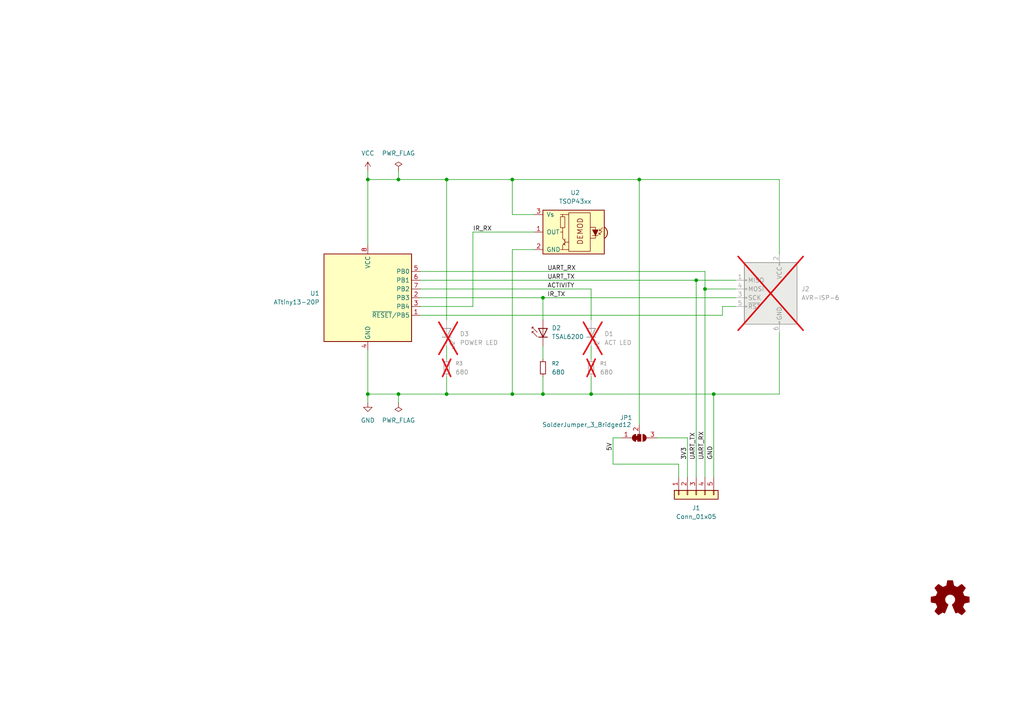
<source format=kicad_sch>
(kicad_sch (version 20250114) (generator "eeschema") (generator_version "9.0")
  (paper "A4")
  (title_block (title "DiyIrTower") (date "2026-01-23") (rev "1.0") (comment 4 "Author: maehw"))
  (lib_symbols
    (symbol "Connector:AVR-ISP-6" (pin_names (offset 1.016))
      (property "Reference" "J" (at -6.35 11.43 0))
      (property "Value" "AVR-ISP-6" (at 0 11.43 0))
      (symbol "AVR-ISP-6_0_1"
        (rectangle (start -2.667 10.16) (end -2.413 9.398))
        (rectangle (start -2.667 -6.858) (end -2.413 -7.62))
        (rectangle (start 7.62 10.16) (end -7.62 -7.62) (stroke (width 0.254)) (fill (type background)))
        (rectangle (start 7.62 5.207) (end 6.858 4.953))
        (rectangle (start 7.62 2.667) (end 6.858 2.413))
        (rectangle (start 7.62 0.127) (end 6.858 -0.127))
        (rectangle (start 7.62 -2.413) (end 6.858 -2.667))
      )
      (symbol "AVR-ISP-6_1_1"
        (pin passive line (at -2.54 12.7 270) (length 2.54) (name "VCC") (number "2"))
        (pin passive line (at -2.54 -10.16 90) (length 2.54) (name "GND") (number "6"))
        (pin passive line (at 10.16 5.08 180) (length 2.54) (name "MISO") (number "1"))
        (pin passive line (at 10.16 2.54 180) (length 2.54) (name "MOSI") (number "4"))
        (pin passive line (at 10.16 0 180) (length 2.54) (name "SCK") (number "3"))
        (pin passive line (at 10.16 -2.54 180) (length 2.54) (name "~{RST}") (number "5"))
      )
    )
    (symbol "Connector_Generic:Conn_01x05" (pin_names (offset 1.016) (hide yes))
      (property "Reference" "J" (at 0 7.62 0))
      (property "Value" "Conn_01x05" (at 0 -7.62 0))
      (symbol "Conn_01x05_1_1"
        (rectangle (start -1.27 6.35) (end 1.27 -6.35) (stroke (width 0.254)) (fill (type background)))
        (rectangle (start -1.27 5.207) (end 0 4.953) (stroke (width 0.1524)))
        (rectangle (start -1.27 2.667) (end 0 2.413) (stroke (width 0.1524)))
        (rectangle (start -1.27 0.127) (end 0 -0.127) (stroke (width 0.1524)))
        (rectangle (start -1.27 -2.413) (end 0 -2.667) (stroke (width 0.1524)))
        (rectangle (start -1.27 -4.953) (end 0 -5.207) (stroke (width 0.1524)))
        (pin passive line (at -5.08 5.08 0) (length 3.81) (name "Pin_1") (number "1"))
        (pin passive line (at -5.08 2.54 0) (length 3.81) (name "Pin_2") (number "2"))
        (pin passive line (at -5.08 0 0) (length 3.81) (name "Pin_3") (number "3"))
        (pin passive line (at -5.08 -2.54 0) (length 3.81) (name "Pin_4") (number "4"))
        (pin passive line (at -5.08 -5.08 0) (length 3.81) (name "Pin_5") (number "5"))
      )
    )
    (symbol "Device:LED" (pin_numbers (hide yes)) (pin_names (offset 1.016) (hide yes))
      (property "Reference" "D" (at 0 2.54 0))
      (property "Value" "LED" (at 0 -2.54 0))
      (symbol "LED_0_1"
        (polyline (pts (xy -3.048 -0.762) (xy -4.572 -2.286) (xy -3.81 -2.286) (xy -4.572 -2.286) (xy -4.572 -1.524)))
        (polyline (pts (xy -1.778 -0.762) (xy -3.302 -2.286) (xy -2.54 -2.286) (xy -3.302 -2.286) (xy -3.302 -1.524)))
        (polyline (pts (xy -1.27 0) (xy 1.27 0)))
        (polyline (pts (xy -1.27 -1.27) (xy -1.27 1.27)) (stroke (width 0.254)))
        (polyline (pts (xy 1.27 -1.27) (xy 1.27 1.27) (xy -1.27 0) (xy 1.27 -1.27)) (stroke (width 0.254)))
      )
      (symbol "LED_1_1"
        (pin passive line (at -3.81 0 0) (length 2.54) (name "K") (number "1"))
        (pin passive line (at 3.81 0 180) (length 2.54) (name "A") (number "2"))
      )
    )
    (symbol "Device:R_Small" (pin_numbers (hide yes)) (pin_names (offset 0.254) (hide yes))
      (property "Reference" "R" (at 0 0 90))
      (property "Value" "R_Small" (at 1.778 0 90))
      (symbol "R_Small_0_1"
        (rectangle (start -0.762 1.778) (end 0.762 -1.778) (stroke (width 0.2032)))
      )
      (symbol "R_Small_1_1"
        (pin passive line (at 0 2.54 270) (length 0.762) (name "~") (number "1"))
        (pin passive line (at 0 -2.54 90) (length 0.762) (name "~") (number "2"))
      )
    )
    (symbol "Graphic:Logo_Open_Hardware_Small" (in_bom no) (on_board no)
      (symbol "Logo_Open_Hardware_Small_0_1"
        (polyline (pts (xy 3.3528 -4.3434) (xy 3.302 -4.318) (xy 3.175 -4.2418) (xy 2.9972 -4.1148) (xy 2.7686 -3.9624) (xy 2.54 -3.81) (xy 2.3622 -3.7084) (xy 2.2352 -3.6068) (xy 2.1844 -3.5814) (xy 2.159 -3.6068) (xy 2.0574 -3.6576) (xy 1.905 -3.7338) (xy 1.8034 -3.7846) (xy 1.6764 -3.8354) (xy 1.6002 -3.8354) (xy 1.6002 -3.8354) (xy 1.5494 -3.7338) (xy 1.4732 -3.5306) (xy 1.3462 -3.302) (xy 1.2446 -3.0226) (xy 1.1176 -2.7178) (xy 0.9652 -2.413) (xy 0.8636 -2.1082) (xy 0.7366 -1.8288) (xy 0.6604 -1.6256) (xy 0.6096 -1.4732) (xy 0.5842 -1.397) (xy 0.5842 -1.397) (xy 0.6604 -1.3208) (xy 0.7874 -1.2446) (xy 1.0414 -1.016) (xy 1.2954 -0.6858) (xy 1.4478 -0.3302) (xy 1.524 0.0762) (xy 1.4732 0.4572) (xy 1.3208 0.8128) (xy 1.0668 1.143) (xy 0.762 1.3716) (xy 0.4064 1.524) (xy 0 1.5748) (xy -0.381 1.5494) (xy -0.7366 1.397) (xy -1.0668 1.143) (xy -1.2192 0.9906) (xy -1.397 0.6604) (xy -1.524 0.3048) (xy -1.524 0.2286) (xy -1.4986 -0.1778) (xy -1.397 -0.5334) (xy -1.1938 -0.8636) (xy -0.9144 -1.143) (xy -0.8636 -1.1684) (xy -0.7366 -1.27) (xy -0.635 -1.3462) (xy -0.5842 -1.397) (xy -1.0668 -2.5908) (xy -1.143 -2.794) (xy -1.2954 -3.1242) (xy -1.397 -3.4036) (xy -1.4986 -3.6322) (xy -1.5748 -3.7846) (xy -1.6002 -3.8354) (xy -1.6002 -3.8354) (xy -1.651 -3.8354) (xy -1.7272 -3.81) (xy -1.905 -3.7338) (xy -2.0066 -3.683) (xy -2.1336 -3.6068) (xy -2.2098 -3.5814) (xy -2.2606 -3.6068) (xy -2.3622 -3.683) (xy -2.54 -3.81) (xy -2.7686 -3.9624) (xy -2.9718 -4.0894) (xy -3.1496 -4.2164) (xy -3.302 -4.318) (xy -3.3528 -4.3434) (xy -3.3782 -4.3434) (xy -3.429 -4.318) (xy -3.5306 -4.2164) (xy -3.7084 -4.064) (xy -3.937 -3.8354) (xy -3.9624 -3.81) (xy -4.1656 -3.6068) (xy -4.318 -3.4544) (xy -4.4196 -3.3274) (xy -4.445 -3.2766) (xy -4.445 -3.2766) (xy -4.4196 -3.2258) (xy -4.318 -3.0734) (xy -4.2164 -2.8956) (xy -4.064 -2.667) (xy -3.6576 -2.0828) (xy -3.8862 -1.5494) (xy -3.937 -1.3716) (xy -4.0386 -1.1684) (xy -4.0894 -1.0414) (xy -4.1148 -0.9652) (xy -4.191 -0.9398) (xy -4.318 -0.9144) (xy -4.5466 -0.8636) (xy -4.8006 -0.8128) (xy -5.0546 -0.7874) (xy -5.2578 -0.7366) (xy -5.4356 -0.7112) (xy -5.5118 -0.6858) (xy -5.5118 -0.6858) (xy -5.5372 -0.635) (xy -5.5372 -0.5588) (xy -5.5372 -0.4318) (xy -5.5626 -0.2286) (xy -5.5626 0.0762) (xy -5.5626 0.127) (xy -5.5372 0.4064) (xy -5.5372 0.635) (xy -5.5372 0.762) (xy -5.5372 0.8382) (xy -5.5372 0.8382) (xy -5.461 0.8382) (xy -5.3086 0.889) (xy -5.08 0.9144) (xy -4.826 0.9652) (xy -4.8006 0.9906) (xy -4.5466 1.0414) (xy -4.318 1.0668) (xy -4.1656 1.1176) (xy -4.0894 1.143) (xy -4.0894 1.143) (xy -4.0386 1.2446) (xy -3.9624 1.4224) (xy -3.8608 1.6256) (xy -3.7846 1.8288) (xy -3.7084 2.0066) (xy -3.6576 2.159) (xy -3.6322 2.2098) (xy -3.6322 2.2098) (xy -3.683 2.286) (xy -3.7592 2.413) (xy -3.8862 2.5908) (xy -4.064 2.8194) (xy -4.064 2.8448) (xy -4.2164 3.0734) (xy -4.3434 3.2512) (xy -4.4196 3.3782) (xy -4.445 3.4544) (xy -4.445 3.4544) (xy -4.3942 3.5052) (xy -4.2926 3.6322) (xy -4.1148 3.81) (xy -3.937 4.0132) (xy -3.8608 4.064) (xy -3.6576 4.2926) (xy -3.5052 4.4196) (xy -3.4036 4.4958) (xy -3.3528 4.5212) (xy -3.3528 4.5212) (xy -3.302 4.4704) (xy -3.1496 4.3688) (xy -2.9718 4.2418) (xy -2.7432 4.0894) (xy -2.7178 4.0894) (xy -2.4892 3.937) (xy -2.3114 3.81) (xy -2.1844 3.7084) (xy -2.1336 3.683) (xy -2.1082 3.683) (xy -2.032 3.7084) (xy -1.8542 3.7592) (xy -1.6764 3.8354) (xy -1.4732 3.937) (xy -1.27 4.0132) (xy -1.143 4.064) (xy -1.0668 4.1148) (xy -1.0668 4.1148) (xy -1.0414 4.191) (xy -1.016 4.3434) (xy -0.9652 4.572) (xy -0.9144 4.8514) (xy -0.889 4.9022) (xy -0.8382 5.1562) (xy -0.8128 5.3848) (xy -0.7874 5.5372) (xy -0.762 5.588) (xy -0.7112 5.6134) (xy -0.5842 5.6134) (xy -0.4064 5.6134) (xy -0.1524 5.6134) (xy 0.0762 5.6134) (xy 0.3302 5.6134) (xy 0.5334 5.6134) (xy 0.6858 5.588) (xy 0.7366 5.588) (xy 0.7366 5.588) (xy 0.762 5.5118) (xy 0.8128 5.334) (xy 0.8382 5.1054) (xy 0.9144 4.826) (xy 0.9144 4.7752) (xy 0.9652 4.5212) (xy 1.016 4.2926) (xy 1.0414 4.1402) (xy 1.0668 4.0894) (xy 1.0668 4.0894) (xy 1.1938 4.0386) (xy 1.3716 3.9624) (xy 1.5748 3.8608) (xy 2.0828 3.6576) (xy 2.7178 4.0894) (xy 2.7686 4.1402) (xy 2.9972 4.2926) (xy 3.175 4.4196) (xy 3.302 4.4958) (xy 3.3782 4.5212) (xy 3.3782 4.5212) (xy 3.429 4.4704) (xy 3.556 4.3434) (xy 3.7338 4.191) (xy 3.9116 3.9878) (xy 4.064 3.8354) (xy 4.2418 3.6576) (xy 4.3434 3.556) (xy 4.4196 3.4798) (xy 4.4196 3.429) (xy 4.4196 3.4036) (xy 4.3942 3.3274) (xy 4.2926 3.2004) (xy 4.1656 2.9972) (xy 4.0132 2.794) (xy 3.8862 2.5908) (xy 3.7592 2.3876) (xy 3.6576 2.2352) (xy 3.6322 2.159) (xy 3.6322 2.1336) (xy 3.683 2.0066) (xy 3.7592 1.8288) (xy 3.8608 1.6002) (xy 4.064 1.1176) (xy 4.3942 1.0414) (xy 4.5974 1.016) (xy 4.8768 0.9652) (xy 5.1308 0.9144) (xy 5.5372 0.8382) (xy 5.5626 -0.6604) (xy 5.4864 -0.6858) (xy 5.4356 -0.6858) (xy 5.2832 -0.7366) (xy 5.0546 -0.762) (xy 4.8006 -0.8128) (xy 4.5974 -0.8636) (xy 4.3688 -0.9144) (xy 4.2164 -0.9398) (xy 4.1402 -0.9398) (xy 4.1148 -0.9652) (xy 4.064 -1.0668) (xy 3.9878 -1.2446) (xy 3.9116 -1.4478) (xy 3.81 -1.651) (xy 3.7338 -1.8542) (xy 3.683 -2.0066) (xy 3.6576 -2.0828) (xy 3.683 -2.1336) (xy 3.7846 -2.2606) (xy 3.8862 -2.4638) (xy 4.0386 -2.667) (xy 4.191 -2.8956) (xy 4.318 -3.0734) (xy 4.3942 -3.2004) (xy 4.445 -3.2766) (xy 4.4196 -3.3274) (xy 4.3434 -3.429) (xy 4.1656 -3.5814) (xy 3.937 -3.8354) (xy 3.8862 -3.8608) (xy 3.683 -4.064) (xy 3.5306 -4.2164) (xy 3.4036 -4.318) (xy 3.3528 -4.3434)) (fill (type outline)))
      )
    )
    (symbol "Interface_Optical:TSOP43xx" (pin_names (offset 1.016))
      (property "Reference" "U" (at -10.16 7.62 0))
      (property "Value" "TSOP43xx" (at -10.16 -7.62 0))
      (symbol "TSOP43xx_0_0"
        (arc (start -10.287 -1.778) (mid -11.0899 -0.1905) (end -10.287 1.397) (stroke (width 0.254)) (fill (type background)))
        (polyline (pts (xy 1.905 5.08) (xy 0.127 5.08)))
        (polyline (pts (xy 1.905 -5.08) (xy 0.127 -5.08)))
        (text "DEMOD" (at -3.175 0.254 900) (effects (font (size 1.524 1.524))))
      )
      (symbol "TSOP43xx_0_1"
        (polyline (pts (xy -8.763 0.381) (xy -9.652 1.27)))
        (polyline (pts (xy -8.763 0.381) (xy -9.271 0.381)))
        (polyline (pts (xy -8.763 0.381) (xy -8.763 0.889)))
        (polyline (pts (xy -8.636 -0.635) (xy -9.525 0.254)))
        (polyline (pts (xy -8.636 -0.635) (xy -9.144 -0.635)))
        (polyline (pts (xy -8.636 -0.635) (xy -8.636 -0.127)))
        (polyline (pts (xy -8.382 0.635) (xy -6.731 0.635) (xy -7.62 -1.016) (xy -8.382 0.635)) (fill (type outline)))
        (polyline (pts (xy -8.382 -1.016) (xy -6.731 -1.016)))
        (rectangle (start -6.096 5.588) (end 0.127 -5.588))
        (polyline (pts (xy -6.096 1.397) (xy -7.62 1.397) (xy -7.62 -1.778) (xy -6.096 -1.778)))
        (polyline (pts (xy 1.27 -1.905) (xy 1.27 -3.81)))
        (polyline (pts (xy 1.27 -2.54) (xy 1.905 -1.905) (xy 1.905 0) (xy 2.54 0)))
        (polyline (pts (xy 1.27 -2.921) (xy 0.127 -2.921)))
        (polyline (pts (xy 1.27 -3.175) (xy 1.905 -3.81) (xy 1.905 -5.08) (xy 2.54 -5.08)))
        (polyline (pts (xy 1.397 -3.556) (xy 1.524 -3.556)))
        (polyline (pts (xy 1.651 -3.556) (xy 1.524 -3.556)))
        (polyline (pts (xy 1.651 -3.556) (xy 1.651 -3.302)))
        (polyline (pts (xy 1.905 4.445) (xy 1.905 5.08) (xy 2.54 5.08)))
        (polyline (pts (xy 1.905 0) (xy 1.905 1.27)))
        (rectangle (start 2.54 1.27) (end 1.27 4.445))
        (rectangle (start 7.62 6.35) (end -10.16 -6.35) (stroke (width 0.254)) (fill (type background)))
      )
      (symbol "TSOP43xx_1_1"
        (pin power_in line (at 10.16 5.08 180) (length 2.54) (name "Vs") (number "3"))
        (pin output line (at 10.16 0 180) (length 2.54) (name "OUT") (number "1"))
        (pin power_in line (at 10.16 -5.08 180) (length 2.54) (name "GND") (number "2"))
      )
    )
    (symbol "IrLed:TSAL6200" (pin_numbers (hide yes)) (pin_names (offset 1.016) (hide yes))
      (property "Reference" "D" (at 0.508 1.778 0))
      (property "Value" "TSAL6200" (at -1.016 -2.794 0))
      (symbol "TSAL6200_0_1"
        (polyline (pts (xy -2.54 1.27) (xy -2.54 -1.27)) (stroke (width 0.254)))
        (polyline (pts (xy -2.413 1.651) (xy -0.889 3.175) (xy -0.889 2.667) (xy -0.889 3.175) (xy -1.397 3.175)))
        (polyline (pts (xy -1.143 1.651) (xy 0.381 3.175) (xy 0.381 2.667)))
        (polyline (pts (xy 0 1.27) (xy -2.54 0) (xy 0 -1.27) (xy 0 1.27)) (stroke (width 0.254)))
        (polyline (pts (xy 0 0) (xy -2.54 0)))
        (polyline (pts (xy 0.381 3.175) (xy -0.127 3.175)))
      )
      (symbol "TSAL6200_1_1"
        (pin passive line (at -5.08 0 0) (length 2.54) (name "K") (number "1"))
        (pin passive line (at 2.54 0 180) (length 2.54) (name "A") (number "2"))
      )
    )
    (symbol "Jumper:SolderJumper_3_Bridged12" (pin_names (offset 0) (hide yes)) (in_bom no)
      (property "Reference" "JP" (at -2.54 -2.54 0))
      (property "Value" "SolderJumper_3_Bridged12" (at 0 2.794 0))
      (symbol "SolderJumper_3_Bridged12_0_1"
        (polyline (pts (xy -2.54 0) (xy -2.032 0)))
        (polyline (pts (xy -1.016 1.016) (xy -1.016 -1.016)))
        (rectangle (start -1.016 0.508) (end -0.508 -0.508) (fill (type outline)))
        (arc (start -1.016 -1.016) (mid -2.0276 0) (end -1.016 1.016))
        (arc (start -1.016 -1.016) (mid -2.0276 0) (end -1.016 1.016) (fill (type outline)))
        (rectangle (start -0.508 1.016) (end 0.508 -1.016) (fill (type outline)))
        (polyline (pts (xy 0 -1.27) (xy 0 -1.016)))
        (arc (start 1.016 1.016) (mid 2.0276 0) (end 1.016 -1.016))
        (arc (start 1.016 1.016) (mid 2.0276 0) (end 1.016 -1.016) (fill (type outline)))
        (polyline (pts (xy 1.016 1.016) (xy 1.016 -1.016)))
        (polyline (pts (xy 2.54 0) (xy 2.032 0)))
      )
      (symbol "SolderJumper_3_Bridged12_1_1"
        (pin passive line (at -5.08 0 0) (length 2.54) (name "A") (number "1"))
        (pin passive line (at 0 -3.81 90) (length 2.54) (name "C") (number "2"))
        (pin passive line (at 5.08 0 180) (length 2.54) (name "B") (number "3"))
      )
    )
    (symbol "MCU_Microchip_ATtiny:ATtiny13-20P"
      (property "Reference" "U" (at -12.7 13.97 0))
      (property "Value" "ATtiny13-20P" (at 2.54 -13.97 0))
      (symbol "ATtiny13-20P_0_1"
        (rectangle (start -12.7 -12.7) (end 12.7 12.7) (stroke (width 0.254)) (fill (type background)))
      )
      (symbol "ATtiny13-20P_1_1"
        (pin power_in line (at 0 15.24 270) (length 2.54) (name "VCC") (number "8"))
        (pin power_in line (at 0 -15.24 90) (length 2.54) (name "GND") (number "4"))
        (pin bidirectional line (at 15.24 7.62 180) (length 2.54) (name "PB0") (number "5"))
        (pin bidirectional line (at 15.24 5.08 180) (length 2.54) (name "PB1") (number "6"))
        (pin bidirectional line (at 15.24 2.54 180) (length 2.54) (name "PB2") (number "7"))
        (pin bidirectional line (at 15.24 0 180) (length 2.54) (name "PB3") (number "2"))
        (pin bidirectional line (at 15.24 -2.54 180) (length 2.54) (name "PB4") (number "3"))
        (pin bidirectional line (at 15.24 -5.08 180) (length 2.54) (name "~{RESET}/PB5") (number "1"))
      )
    )
    (symbol "power:GND" (power) (pin_numbers (hide yes)) (pin_names (offset 0) (hide yes))
      (property "Value" "GND" (at 0 -3.81 0))
      (symbol "GND_0_1"
        (polyline (pts (xy 0 0) (xy 0 -1.27) (xy 1.27 -1.27) (xy 0 -2.54) (xy -1.27 -1.27) (xy 0 -1.27)))
      )
      (symbol "GND_1_1"
        (pin power_in line (at 0 0 270) (length 0) (name "~") (number "1"))
      )
    )
    (symbol "power:PWR_FLAG" (power) (pin_numbers (hide yes)) (pin_names (offset 0) (hide yes))
      (property "Value" "PWR_FLAG" (at 0 3.81 0))
      (symbol "PWR_FLAG_0_0"
        (pin power_out line (at 0 0 90) (length 0) (name "~") (number "1"))
      )
      (symbol "PWR_FLAG_0_1"
        (polyline (pts (xy 0 0) (xy 0 1.27) (xy -1.016 1.905) (xy 0 2.54) (xy 1.016 1.905) (xy 0 1.27)))
      )
    )
    (symbol "power:VCC" (power) (pin_numbers (hide yes)) (pin_names (offset 0) (hide yes))
      (property "Value" "VCC" (at 0 3.556 0))
      (symbol "VCC_0_1"
        (polyline (pts (xy -0.762 1.27) (xy 0 2.54)))
        (polyline (pts (xy 0 2.54) (xy 0.762 1.27)))
        (polyline (pts (xy 0 0) (xy 0 2.54)))
      )
      (symbol "VCC_1_1"
        (pin power_in line (at 0 0 90) (length 0) (name "~") (number "1"))
      )
    )
  )
  (junction (at 157.48 86.36))
  (junction (at 129.54 52.07))
  (junction (at 129.54 114.3))
  (junction (at 157.48 114.3))
  (junction (at 148.59 114.3))
  (junction (at 106.68 114.3))
  (junction (at 204.47 83.82))
  (junction (at 201.93 81.28))
  (junction (at 207.01 114.3))
  (junction (at 115.57 52.07))
  (junction (at 171.45 114.3))
  (junction (at 106.68 52.07))
  (junction (at 115.57 114.3))
  (junction (at 185.42 52.07))
  (junction (at 148.59 52.07))
  (wire (pts (xy 115.57 114.3) (xy 129.54 114.3)))
  (wire (pts (xy 204.47 83.82) (xy 204.47 138.43)))
  (wire (pts (xy 207.01 114.3) (xy 207.01 138.43)))
  (wire (pts (xy 226.06 96.52) (xy 226.06 114.3)))
  (wire (pts (xy 180.34 127) (xy 177.8 127)))
  (wire (pts (xy 115.57 114.3) (xy 115.57 116.84)))
  (wire (pts (xy 157.48 109.22) (xy 157.48 114.3)))
  (wire (pts (xy 106.68 101.6) (xy 106.68 114.3)))
  (wire (pts (xy 185.42 52.07) (xy 185.42 123.19)))
  (wire (pts (xy 106.68 52.07) (xy 106.68 71.12)))
  (wire (pts (xy 177.8 127) (xy 177.8 134.62)))
  (wire (pts (xy 121.92 86.36) (xy 157.48 86.36)))
  (wire (pts (xy 199.39 127) (xy 199.39 138.43)))
  (wire (pts (xy 171.45 109.22) (xy 171.45 114.3)))
  (wire (pts (xy 171.45 114.3) (xy 207.01 114.3)))
  (wire (pts (xy 129.54 114.3) (xy 148.59 114.3)))
  (wire (pts (xy 213.36 83.82) (xy 204.47 83.82)))
  (wire (pts (xy 121.92 81.28) (xy 201.93 81.28)))
  (wire (pts (xy 137.16 88.9) (xy 137.16 67.31)))
  (wire (pts (xy 204.47 78.74) (xy 204.47 83.82)))
  (wire (pts (xy 201.93 81.28) (xy 213.36 81.28)))
  (wire (pts (xy 196.85 138.43) (xy 196.85 134.62)))
  (wire (pts (xy 226.06 73.66) (xy 226.06 52.07)))
  (wire (pts (xy 115.57 49.53) (xy 115.57 52.07)))
  (wire (pts (xy 157.48 86.36) (xy 157.48 92.71)))
  (wire (pts (xy 129.54 100.33) (xy 129.54 104.14)))
  (wire (pts (xy 177.8 134.62) (xy 196.85 134.62)))
  (wire (pts (xy 106.68 114.3) (xy 115.57 114.3)))
  (wire (pts (xy 207.01 114.3) (xy 226.06 114.3)))
  (wire (pts (xy 154.94 72.39) (xy 148.59 72.39)))
  (wire (pts (xy 121.92 83.82) (xy 171.45 83.82)))
  (wire (pts (xy 121.92 78.74) (xy 204.47 78.74)))
  (wire (pts (xy 106.68 114.3) (xy 106.68 116.84)))
  (wire (pts (xy 148.59 62.23) (xy 148.59 52.07)))
  (wire (pts (xy 209.55 91.44) (xy 209.55 88.9)))
  (wire (pts (xy 185.42 52.07) (xy 226.06 52.07)))
  (wire (pts (xy 129.54 109.22) (xy 129.54 114.3)))
  (wire (pts (xy 148.59 114.3) (xy 157.48 114.3)))
  (wire (pts (xy 171.45 100.33) (xy 171.45 104.14)))
  (wire (pts (xy 137.16 67.31) (xy 154.94 67.31)))
  (wire (pts (xy 115.57 52.07) (xy 129.54 52.07)))
  (wire (pts (xy 121.92 88.9) (xy 137.16 88.9)))
  (wire (pts (xy 106.68 52.07) (xy 115.57 52.07)))
  (wire (pts (xy 171.45 114.3) (xy 157.48 114.3)))
  (wire (pts (xy 190.5 127) (xy 199.39 127)))
  (wire (pts (xy 157.48 100.33) (xy 157.48 104.14)))
  (wire (pts (xy 209.55 88.9) (xy 213.36 88.9)))
  (wire (pts (xy 129.54 52.07) (xy 148.59 52.07)))
  (wire (pts (xy 171.45 83.82) (xy 171.45 92.71)))
  (wire (pts (xy 121.92 91.44) (xy 209.55 91.44)))
  (wire (pts (xy 157.48 86.36) (xy 213.36 86.36)))
  (wire (pts (xy 154.94 62.23) (xy 148.59 62.23)))
  (wire (pts (xy 129.54 52.07) (xy 129.54 92.71)))
  (wire (pts (xy 201.93 81.28) (xy 201.93 138.43)))
  (wire (pts (xy 148.59 72.39) (xy 148.59 114.3)))
  (wire (pts (xy 106.68 49.53) (xy 106.68 52.07)))
  (wire (pts (xy 148.59 52.07) (xy 185.42 52.07)))
  (label "GND" (at 207.01 133.35 90))
  (label "IR_TX" (at 158.75 86.36 0))
  (label "UART_RX" (at 204.47 133.35 90))
  (label "IR_RX" (at 137.16 67.31 0))
  (label "UART_TX" (at 158.75 81.28 0))
  (label "ACTIVITY" (at 158.75 83.82 0))
  (label "5V" (at 177.8 130.81 90))
  (label "3V3" (at 199.39 133.35 90))
  (label "" (at 207.01 133.35 0))
  (label "UART_TX" (at 201.93 133.35 90))
  (label "UART_RX" (at 158.75 78.74 0))
  (symbol (lib_id "Jumper:SolderJumper_3_Bridged12") (at 185.42 127 0) (mirror x) (unit 1) (in_bom no)
    (property "Reference" "JP1" (at 181.61 121.158 0))
    (property "Value" "SolderJumper_3_Bridged12" (at 170.18 123.19 0))
    (property "Footprint" "Jumper:SolderJumper-3_P1.3mm_Bridged2Bar12_RoundedPad1.0x1.5mm" (effects (hide yes)))
    (property "Description" "3-pole Solder Jumper, pins 1+2 closed/bridged" (effects (hide yes)))
  )
  (symbol (lib_id "Device:LED") (at 171.45 96.52 90) (unit 1) (dnp yes)
    (property "Reference" "D1" (at 175.26 96.8374 90) (effects (justify right)))
    (property "Value" "ACT LED" (at 175.26 99.3774 90) (effects (justify right)))
    (property "Footprint" "LED_THT:LED_D3.0mm" (effects (hide yes)))
    (property "Description" "Light emitting diode" (effects (hide yes)))
    (property "Sim.Pins" "1=K 2=A" (effects (hide yes)))
  )
  (symbol (lib_id "Connector_Generic:Conn_01x05") (at 201.93 143.51 90) (mirror x) (unit 1)
    (property "Reference" "J1" (at 201.93 147.32 90))
    (property "Value" "Conn_01x05" (at 201.93 149.86 90))
    (property "Footprint" "Connector_PinSocket_2.54mm:PinSocket_1x05_P2.54mm_Vertical" (effects (hide yes)))
    (property "Description" "Generic connector, single row, 01x05, script generated (kicad-library-utils/schlib/autogen/connector/)" (effects (hide yes)))
  )
  (symbol (lib_id "Connector:AVR-ISP-6") (at 223.52 86.36 0) (mirror y) (unit 1) (dnp yes)
    (property "Reference" "J2" (at 232.41 83.8199 0) (effects (justify right)))
    (property "Value" "AVR-ISP-6" (at 232.41 86.3599 0) (effects (justify right)))
    (property "Footprint" "Connector_IDC:IDC-Header_2x03_P2.54mm_Vertical" (effects (hide yes)))
    (property "Description" "Atmel 6-pin ISP connector" (effects (hide yes)))
  )
  (symbol (lib_id "power:VCC") (at 106.68 49.53 0) (unit 1)
    (property "Reference" "#PWR01" (effects (hide yes)))
    (property "Value" "VCC" (at 106.68 44.45 0))
    (property "Description" "Power symbol creates a global label with name \"VCC\"" (effects (hide yes)))
  )
  (symbol (lib_id "Device:LED") (at 129.54 96.52 90) (unit 1) (dnp yes)
    (property "Reference" "D3" (at 133.35 96.8374 90) (effects (justify right)))
    (property "Value" "POWER LED" (at 133.35 99.3774 90) (effects (justify right)))
    (property "Footprint" "LED_THT:LED_D3.0mm" (effects (hide yes)))
    (property "Description" "Light emitting diode" (effects (hide yes)))
    (property "Sim.Pins" "1=K 2=A" (effects (hide yes)))
  )
  (symbol (lib_id "Device:R_Small") (at 171.45 106.68 0) (unit 1) (dnp yes)
    (property "Reference" "R1" (at 173.99 105.4099 0) (effects (font (size 1.016 1.016)) (justify left)))
    (property "Value" "680" (at 173.99 107.9499 0) (effects (justify left)))
    (property "Footprint" "Resistor_THT:R_Axial_DIN0207_L6.3mm_D2.5mm_P10.16mm_Horizontal" (effects (hide yes)))
    (property "Description" "Resistor, small symbol" (effects (hide yes)))
  )
  (symbol (lib_id "Interface_Optical:TSOP43xx") (at 165.1 67.31 0) (mirror y) (unit 1)
    (property "Reference" "U2" (at 166.835 55.88 0))
    (property "Value" "TSOP43xx" (at 166.835 58.42 0))
    (property "Footprint" "OptoDevice:Vishay_MOLD-3Pin" (effects (hide yes)))
    (property "Datasheet" "http://www.vishay.com/docs/82460/tsop45.pdf" (effects (hide yes)))
    (property "Description" "IR Receiver Modules for Remote Control Systems" (effects (hide yes)))
  )
  (symbol (lib_id "Device:R_Small") (at 157.48 106.68 0) (unit 1)
    (property "Reference" "R2" (at 160.02 105.4099 0) (effects (font (size 1.016 1.016)) (justify left)))
    (property "Value" "680" (at 160.02 107.9499 0) (effects (justify left)))
    (property "Footprint" "Resistor_THT:R_Axial_DIN0207_L6.3mm_D2.5mm_P10.16mm_Horizontal" (effects (hide yes)))
    (property "Description" "Resistor, small symbol" (effects (hide yes)))
  )
  (symbol (lib_id "IrLed:TSAL6200") (at 157.48 95.25 90) (unit 1)
    (property "Reference" "D2" (at 160.02 95.1229 90) (effects (justify right)))
    (property "Value" "TSAL6200" (at 160.02 97.6629 90) (effects (justify right)))
    (property "Footprint" "IrLed:LED_D5.0mm_IRBlue" (effects (hide yes)))
    (property "Datasheet" "https://www.vishay.com/docs/81010/tsal6200.pdf" (effects (hide yes)))
    (property "Description" "Infrared LED , 5mm LED package" (effects (hide yes)))
  )
  (symbol (lib_id "power:PWR_FLAG") (at 115.57 49.53 0) (unit 1)
    (property "Reference" "#FLG01" (effects (hide yes)))
    (property "Value" "PWR_FLAG" (at 115.57 44.45 0))
    (property "Description" "Special symbol for telling ERC where power comes from" (effects (hide yes)))
  )
  (symbol (lib_id "MCU_Microchip_ATtiny:ATtiny13-20P") (at 106.68 86.36 0) (unit 1)
    (property "Reference" "U1" (at 92.71 85.0899 0) (effects (justify right)))
    (property "Value" "ATtiny13-20P" (at 92.71 87.6299 0) (effects (justify right)))
    (property "Footprint" "Package_DIP:DIP-8_W7.62mm" (effects (hide yes)))
    (property "Datasheet" "http://ww1.microchip.com/downloads/en/DeviceDoc/doc2535.pdf" (effects (hide yes)))
    (property "Description" "20MHz, 1kB Flash, 64B SRAM, 64B EEPROM, debugWIRE, DIP-8" (effects (hide yes)))
  )
  (symbol (lib_id "power:PWR_FLAG") (at 115.57 116.84 180) (unit 1)
    (property "Reference" "#FLG02" (effects (hide yes)))
    (property "Value" "PWR_FLAG" (at 115.57 121.92 0))
    (property "Description" "Special symbol for telling ERC where power comes from" (effects (hide yes)))
  )
  (symbol (lib_id "Graphic:Logo_Open_Hardware_Small") (at 275.59 173.99 0) (unit 1) (exclude_from_sim yes) (in_bom no) (on_board no)
    (property "Reference" "#SYM1" (effects (hide yes)))
    (property "Value" "Logo_Open_Hardware_Small" (effects (hide yes)))
    (property "Description" "Open Hardware logo, small" (effects (hide yes)))
  )
  (symbol (lib_id "power:GND") (at 106.68 116.84 0) (unit 1)
    (property "Reference" "#PWR02" (effects (hide yes)))
    (property "Value" "GND" (at 106.68 121.92 0))
    (property "Description" "Power symbol creates a global label with name \"GND\" , ground" (effects (hide yes)))
  )
  (symbol (lib_id "Device:R_Small") (at 129.54 106.68 0) (unit 1) (dnp yes)
    (property "Reference" "R3" (at 132.08 105.4099 0) (effects (font (size 1.016 1.016)) (justify left)))
    (property "Value" "680" (at 132.08 107.9499 0) (effects (justify left)))
    (property "Footprint" "Resistor_THT:R_Axial_DIN0207_L6.3mm_D2.5mm_P10.16mm_Horizontal" (effects (hide yes)))
    (property "Description" "Resistor, small symbol" (effects (hide yes)))
  )
)
</source>
